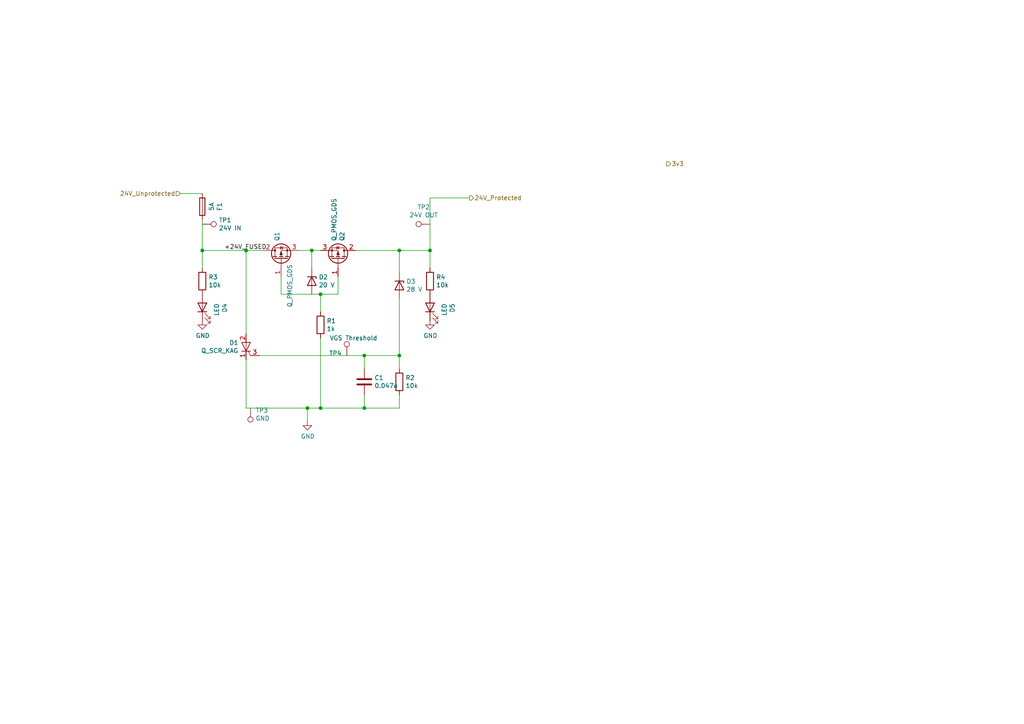
<source format=kicad_sch>
(kicad_sch (version 20230121) (generator eeschema)
  (paper "A4")
  (lib_symbols
    (symbol "Connector:TestPoint" (pin_numbers hide) (pin_names (offset 0.762) hide)
      (property "Reference" "TP" (at 0 6.858 0))
      (property "Value" "TestPoint" (at 0 5.08 0))
      (symbol "TestPoint_0_1"
        (circle (center 0 3.302) (radius 0.762))
      )
      (symbol "TestPoint_1_1"
        (pin passive line (at 0 0 90) (length 2.54) (name "1") (number "1"))
      )
    )
    (symbol "device:C" (pin_numbers hide) (pin_names (offset 0.254))
      (property "Reference" "C" (at 0.635 2.54 0))
      (property "Value" "C" (at 0.635 -2.54 0))
      (symbol "C_0_1"
        (polyline (pts (xy -2.032 -0.762) (xy 2.032 -0.762)) (stroke (width 0.508)))
        (polyline (pts (xy -2.032 0.762) (xy 2.032 0.762)) (stroke (width 0.508)))
      )
      (symbol "C_1_1"
        (pin passive line (at 0 3.81 270) (length 2.794) (name "~") (number "1"))
        (pin passive line (at 0 -3.81 90) (length 2.794) (name "~") (number "2"))
      )
    )
    (symbol "device:D_Zener" (pin_numbers hide) (pin_names (offset 1.016) hide)
      (property "Reference" "D" (at 0 2.54 0))
      (property "Value" "D_Zener" (at 0 -2.54 0))
      (symbol "D_Zener_0_1"
        (polyline (pts (xy 1.27 0) (xy -1.27 0)))
        (polyline (pts (xy -1.27 -1.27) (xy -1.27 1.27) (xy -0.762 1.27)) (stroke (width 0.254)))
        (polyline (pts (xy 1.27 -1.27) (xy 1.27 1.27) (xy -1.27 0) (xy 1.27 -1.27)) (stroke (width 0.254)))
      )
      (symbol "D_Zener_1_1"
        (pin passive line (at -3.81 0 0) (length 2.54) (name "K") (number "1"))
        (pin passive line (at 3.81 0 180) (length 2.54) (name "A") (number "2"))
      )
    )
    (symbol "device:Fuse" (pin_numbers hide) (pin_names (offset 0))
      (property "Reference" "F" (at 2.032 0 90))
      (property "Value" "Fuse" (at -1.905 0 90))
      (symbol "Fuse_0_1"
        (rectangle (start -0.762 -2.54) (end 0.762 2.54) (stroke (width 0.254)))
        (polyline (pts (xy 0 2.54) (xy 0 -2.54)))
      )
      (symbol "Fuse_1_1"
        (pin passive line (at 0 3.81 270) (length 1.27) (name "~") (number "1"))
        (pin passive line (at 0 -3.81 90) (length 1.27) (name "~") (number "2"))
      )
    )
    (symbol "device:LED" (pin_numbers hide) (pin_names (offset 1.016) hide)
      (property "Reference" "D" (at 0 2.54 0))
      (property "Value" "LED" (at 0 -2.54 0))
      (symbol "LED_0_1"
        (polyline (pts (xy -1.27 -1.27) (xy -1.27 1.27)) (stroke (width 0.254)))
        (polyline (pts (xy -1.27 0) (xy 1.27 0)))
        (polyline (pts (xy 1.27 -1.27) (xy 1.27 1.27) (xy -1.27 0) (xy 1.27 -1.27)) (stroke (width 0.254)))
        (polyline (pts (xy -3.048 -0.762) (xy -4.572 -2.286) (xy -3.81 -2.286) (xy -4.572 -2.286) (xy -4.572 -1.524)))
        (polyline (pts (xy -1.778 -0.762) (xy -3.302 -2.286) (xy -2.54 -2.286) (xy -3.302 -2.286) (xy -3.302 -1.524)))
      )
      (symbol "LED_1_1"
        (pin passive line (at -3.81 0 0) (length 2.54) (name "K") (number "1"))
        (pin passive line (at 3.81 0 180) (length 2.54) (name "A") (number "2"))
      )
    )
    (symbol "device:Q_PMOS_GDS" (pin_names (offset 0) hide)
      (property "Reference" "Q" (at 5.08 1.27 0))
      (property "Value" "Q_PMOS_GDS" (at 5.08 -1.27 0))
      (symbol "Q_PMOS_GDS_0_1"
        (polyline (pts (xy 0.254 0) (xy -2.54 0)))
        (polyline (pts (xy 0.254 1.905) (xy 0.254 -1.905)) (stroke (width 0.254)))
        (polyline (pts (xy 0.762 -1.27) (xy 0.762 -2.286)) (stroke (width 0.254)))
        (polyline (pts (xy 0.762 0.508) (xy 0.762 -0.508)) (stroke (width 0.254)))
        (polyline (pts (xy 0.762 2.286) (xy 0.762 1.27)) (stroke (width 0.254)))
        (polyline (pts (xy 2.54 2.54) (xy 2.54 1.778)))
        (polyline (pts (xy 2.54 -2.54) (xy 2.54 0) (xy 0.762 0)))
        (polyline (pts (xy 0.762 1.778) (xy 3.302 1.778) (xy 3.302 -1.778) (xy 0.762 -1.778)))
        (polyline (pts (xy 2.286 0) (xy 1.27 0.381) (xy 1.27 -0.381) (xy 2.286 0)) (fill (type outline)))
        (polyline (pts (xy 2.794 -0.508) (xy 2.921 -0.381) (xy 3.683 -0.381) (xy 3.81 -0.254)))
        (polyline (pts (xy 3.302 -0.381) (xy 2.921 0.254) (xy 3.683 0.254) (xy 3.302 -0.381)))
        (circle (center 1.651 0) (radius 2.794) (stroke (width 0.254)))
        (circle (center 2.54 -1.778) (radius 0.254) (fill (type outline)))
        (circle (center 2.54 1.778) (radius 0.254) (fill (type outline)))
      )
      (symbol "Q_PMOS_GDS_1_1"
        (pin input line (at -5.08 0 0) (length 2.54) (name "G") (number "1"))
        (pin passive line (at 2.54 5.08 270) (length 2.54) (name "D") (number "2"))
        (pin passive line (at 2.54 -5.08 90) (length 2.54) (name "S") (number "3"))
      )
    )
    (symbol "device:Q_SCR_KAG" (pin_names (offset 0) hide)
      (property "Reference" "D" (at 1.905 0.635 0))
      (property "Value" "Q_SCR_KAG" (at 1.905 -1.27 0))
      (symbol "Q_SCR_KAG_0_1"
        (polyline (pts (xy -1.27 -2.54) (xy -0.635 -1.27)))
        (polyline (pts (xy -1.27 -1.27) (xy 1.27 -1.27)) (stroke (width 0.2032)))
        (polyline (pts (xy 0 -2.54) (xy 0 2.54)))
        (polyline (pts (xy -1.27 1.27) (xy 1.27 1.27) (xy 0 -1.27) (xy -1.27 1.27)) (stroke (width 0.2032)))
      )
      (symbol "Q_SCR_KAG_1_1"
        (pin passive line (at 0 -3.81 90) (length 2.54) (name "K") (number "1"))
        (pin passive line (at 0 3.81 270) (length 2.54) (name "A") (number "2"))
        (pin input line (at -3.81 -2.54 0) (length 2.54) (name "G") (number "3"))
      )
    )
    (symbol "device:R" (pin_numbers hide) (pin_names (offset 0))
      (property "Reference" "R" (at 2.032 0 90))
      (property "Value" "R" (at 0 0 90))
      (symbol "R_0_1"
        (rectangle (start -1.016 -2.54) (end 1.016 2.54) (stroke (width 0.254)))
      )
      (symbol "R_1_1"
        (pin passive line (at 0 3.81 270) (length 1.27) (name "~") (number "1"))
        (pin passive line (at 0 -3.81 90) (length 1.27) (name "~") (number "2"))
      )
    )
    (symbol "power:GND" (power) (pin_names (offset 0))
      (property "Value" "GND" (at 0 -3.81 0))
      (symbol "GND_0_1"
        (polyline (pts (xy 0 0) (xy 0 -1.27) (xy 1.27 -1.27) (xy 0 -2.54) (xy -1.27 -1.27) (xy 0 -1.27)))
      )
      (symbol "GND_1_1"
        (pin power_in line (at 0 0 270) (length 0) hide (name "GND") (number "1"))
      )
    )
  )
  (junction (at 58.674 72.644))
  (junction (at 92.964 118.364))
  (junction (at 92.964 85.344))
  (junction (at 124.714 72.644))
  (junction (at 71.374 72.644))
  (junction (at 105.664 103.124))
  (junction (at 115.824 72.644))
  (junction (at 115.824 103.124))
  (junction (at 90.424 72.644))
  (junction (at 105.664 118.364))
  (junction (at 89.154 118.364))
  (wire (pts (xy 90.424 77.724) (xy 90.424 72.644)))
  (wire (pts (xy 89.154 118.364) (xy 89.154 122.174)))
  (wire (pts (xy 92.964 118.364) (xy 89.154 118.364)))
  (wire (pts (xy 71.374 118.364) (xy 89.154 118.364)))
  (wire (pts (xy 115.824 78.994) (xy 115.824 72.644)))
  (wire (pts (xy 115.824 106.934) (xy 115.824 103.124)))
  (wire (pts (xy 115.824 114.554) (xy 115.824 118.364)))
  (wire (pts (xy 58.674 77.724) (xy 58.674 72.644)))
  (wire (pts (xy 124.714 57.404) (xy 124.714 72.644)))
  (wire (pts (xy 115.824 72.644) (xy 103.124 72.644)))
  (wire (pts (xy 124.714 57.404) (xy 136.144 57.404)))
  (wire (pts (xy 124.714 72.644) (xy 115.824 72.644)))
  (wire (pts (xy 105.664 114.554) (xy 105.664 118.364)))
  (wire (pts (xy 115.824 118.364) (xy 105.664 118.364)))
  (wire (pts (xy 105.664 118.364) (xy 92.964 118.364)))
  (wire (pts (xy 90.424 72.644) (xy 92.964 72.644)))
  (wire (pts (xy 124.714 72.644) (xy 124.714 77.724)))
  (wire (pts (xy 105.664 106.934) (xy 105.664 103.124)))
  (wire (pts (xy 92.964 98.044) (xy 92.964 118.364)))
  (wire (pts (xy 86.614 72.644) (xy 90.424 72.644)))
  (wire (pts (xy 105.664 103.124) (xy 115.824 103.124)))
  (wire (pts (xy 115.824 103.124) (xy 115.824 86.614)))
  (wire (pts (xy 58.674 63.754) (xy 58.674 72.644)))
  (wire (pts (xy 71.374 72.644) (xy 76.454 72.644)))
  (wire (pts (xy 58.674 56.134) (xy 52.324 56.134)))
  (wire (pts (xy 92.964 85.344) (xy 92.964 90.424)))
  (wire (pts (xy 98.044 80.264) (xy 98.044 85.344)))
  (wire (pts (xy 75.184 103.124) (xy 105.664 103.124)))
  (wire (pts (xy 98.044 85.344) (xy 92.964 85.344)))
  (wire (pts (xy 71.374 104.394) (xy 71.374 118.364)))
  (wire (pts (xy 58.674 72.644) (xy 71.374 72.644)))
  (wire (pts (xy 81.534 85.344) (xy 81.534 80.264)))
  (wire (pts (xy 81.534 85.344) (xy 92.964 85.344)))
  (wire (pts (xy 71.374 96.774) (xy 71.374 72.644)))
  (label "+24V_FUSED" (at 65.024 72.644 0))
  (hierarchical_label "3v3" (shape output) (at 193.294 47.498 0))
  (hierarchical_label "24V_Protected" (shape output) (at 136.144 57.404 0))
  (hierarchical_label "24V_Unprotected" (shape input) (at 52.324 56.134 180))
  (symbol (lib_id "device:Q_PMOS_GDS") (at 81.534 75.184 90) (unit 1)
    (property "Reference" "Q1" (at 80.3656 69.9516 0) (effects (justify left)))
    (property "Value" "Q_PMOS_GDS" (at 84.074 89.154 0) (effects (justify left)))
    (property "Footprint" "Package_TO_SOT_SMD:TO-252-2" (effects hide))
    (property "Datasheet" "https://www.mouser.com/datasheet/2/308/1/FQU11P06_D-2314224.pdf" (effects hide))
    (property "Notes" "30Vgs 9.4A 2.5W 150°C max" (effects hide))
    (property "MPN" "FQD11P06" (effects hide))
  )
  (symbol (lib_id "device:C") (at 105.664 110.744 0) (unit 1)
    (property "Reference" "C1" (at 108.585 109.5756 0) (effects (justify left)))
    (property "Value" "0.047u" (at 108.585 111.887 0) (effects (justify left)))
    (property "Footprint" "Capacitor_SMD:C_0603_1608Metric_Pad1.05x0.95mm_HandSolder" (effects hide))
    (property "Datasheet" "..." (effects hide))
    (property "MPN" "CAP CER 0.047UF 50V X7R 0603" (effects hide))
  )
  (symbol (lib_id "power:GND") (at 89.154 122.174 0) (unit 1)
    (property "Reference" "#PWR0103" (effects hide))
    (property "Value" "GND" (at 89.281 126.5682 0))
  )
  (symbol (lib_id "Connector:TestPoint") (at 72.644 118.364 180) (unit 1)
    (property "Reference" "TP3" (at 74.1172 119.0244 0) (effects (justify right)))
    (property "Value" "GND" (at 74.1172 121.3358 0) (effects (justify right)))
    (property "Footprint" "TestPoint:TestPoint_THTPad_D1.5mm_Drill0.7mm" (effects hide))
  )
  (symbol (lib_id "device:R") (at 58.674 81.534 0) (unit 1)
    (property "Reference" "R3" (at 60.452 80.3656 0) (effects (justify left)))
    (property "Value" "10k" (at 60.452 82.677 0) (effects (justify left)))
    (property "Footprint" "Resistor_SMD:R_0603_1608Metric_Pad1.05x0.95mm_HandSolder" (effects hide))
    (property "MPN" "RES SMD 10K OHM 5% 0.1W 0603" (effects hide))
    (property "Notes" "0.1W 1% 0603" (effects hide))
  )
  (symbol (lib_id "Connector:TestPoint") (at 58.674 65.024 270) (unit 1)
    (property "Reference" "TP1" (at 63.4492 63.8556 90) (effects (justify left)))
    (property "Value" "24V IN" (at 63.4492 66.167 90) (effects (justify left)))
    (property "Footprint" "TestPoint:TestPoint_THTPad_D1.5mm_Drill0.7mm" (effects hide))
  )
  (symbol (lib_id "device:R") (at 124.714 81.534 0) (unit 1)
    (property "Reference" "R4" (at 126.492 80.3656 0) (effects (justify left)))
    (property "Value" "10k" (at 126.492 82.677 0) (effects (justify left)))
    (property "Footprint" "Resistor_SMD:R_0603_1608Metric_Pad1.05x0.95mm_HandSolder" (effects hide))
    (property "MPN" "RES SMD 10K OHM 5% 0.1W 0603" (effects hide))
    (property "Notes" "0.1W 1% 0603" (effects hide))
  )
  (symbol (lib_id "device:LED") (at 124.714 89.154 90) (unit 1)
    (property "Reference" "D5" (at 131.191 89.3318 0))
    (property "Value" "LED " (at 128.8796 89.3318 0))
    (property "Footprint" "LED_SMD:LED_0603_1608Metric_Pad1.05x0.95mm_HandSolder" (effects hide))
    (property "MPN" "LED BLUE CLEAR 0603 SMD" (effects hide))
  )
  (symbol (lib_id "device:R") (at 115.824 110.744 0) (unit 1)
    (property "Reference" "R2" (at 117.602 109.5756 0) (effects (justify left)))
    (property "Value" "10k" (at 117.602 111.887 0) (effects (justify left)))
    (property "Footprint" "Resistor_SMD:R_0603_1608Metric_Pad1.05x0.95mm_HandSolder" (effects hide))
    (property "MPN" "RES SMD 10K OHM 5% 0.1W 0603" (effects hide))
    (property "Notes" "0.1W 1% 0603" (effects hide))
  )
  (symbol (lib_id "power:GND") (at 58.674 92.964 0) (unit 1)
    (property "Reference" "#PWR01" (effects hide))
    (property "Value" "GND" (at 58.801 97.3582 0))
  )
  (symbol (lib_id "device:D_Zener") (at 90.424 81.534 270) (unit 1)
    (property "Reference" "D2" (at 92.4306 80.3656 90) (effects (justify left)))
    (property "Value" "20 V" (at 92.4306 82.677 90) (effects (justify left)))
    (property "Footprint" "Diode_SMD:D_SOD-123F" (effects hide))
    (property "MPN" "DIODE ZENER 20V 500MW SOD123F" (effects hide))
  )
  (symbol (lib_id "device:Q_SCR_KAG") (at 71.374 100.584 0) (mirror y) (unit 1)
    (property "Reference" "D1" (at 69.1642 99.4156 0) (effects (justify left)))
    (property "Value" "Q_SCR_KAG" (at 69.1642 101.727 0) (effects (justify left)))
    (property "Footprint" "Package_TO_SOT_SMD:SOT-223-3_TabPin2" (effects hide))
    (property "Datasheet" "https://www.littelfuse.com/~/media/electronics/datasheets/switching_thyristors/littelfuse_thyristor_sx02xs_datasheet.pdf.pdf" (effects hide))
    (property "MPN" "S602TSRP" (effects hide))
  )
  (symbol (lib_id "power:GND") (at 124.714 92.964 0) (unit 1)
    (property "Reference" "#PWR02" (effects hide))
    (property "Value" "GND" (at 124.841 97.3582 0))
  )
  (symbol (lib_id "device:Q_PMOS_GDS") (at 98.044 75.184 270) (mirror x) (unit 1)
    (property "Reference" "Q2" (at 99.2124 69.9516 0) (effects (justify left)))
    (property "Value" "Q_PMOS_GDS" (at 96.901 69.9516 0) (effects (justify left)))
    (property "Footprint" "Package_TO_SOT_SMD:TO-252-2" (effects hide))
    (property "Datasheet" "https://www.mouser.com/datasheet/2/308/1/FQU11P06_D-2314224.pdf" (effects hide))
    (property "Notes" "30Vgs 9.4A 2.5W 150°C max" (effects hide))
    (property "MPN" "FQD11P06" (effects hide))
  )
  (symbol (lib_id "device:LED") (at 58.674 89.154 90) (unit 1)
    (property "Reference" "D4" (at 65.151 89.3318 0))
    (property "Value" "LED " (at 62.8396 89.3318 0))
    (property "Footprint" "LED_SMD:LED_0603_1608Metric_Pad1.05x0.95mm_HandSolder" (effects hide))
    (property "MPN" "LED GREEN CLEAR 0603 SMD" (effects hide))
  )
  (symbol (lib_id "device:R") (at 92.964 94.234 0) (unit 1)
    (property "Reference" "R1" (at 94.742 93.0656 0) (effects (justify left)))
    (property "Value" "1k" (at 94.742 95.377 0) (effects (justify left)))
    (property "Footprint" "Resistor_SMD:R_0603_1608Metric_Pad1.05x0.95mm_HandSolder" (effects hide))
    (property "MPN" "RES SMD 1K OHM 5% 0.1W 0603" (effects hide))
    (property "Notes" "0.1W 1% 0603" (effects hide))
  )
  (symbol (lib_id "device:D_Zener") (at 115.824 82.804 270) (unit 1)
    (property "Reference" "D3" (at 117.8306 81.6356 90) (effects (justify left)))
    (property "Value" "28 V" (at 117.8306 83.947 90) (effects (justify left)))
    (property "Footprint" "Diode_SMD:D_SOD-123F" (effects hide))
    (property "MPN" "DIODE ZENER 28V 500mW SOD123F" (effects hide))
  )
  (symbol (lib_id "Connector:TestPoint") (at 124.714 65.024 90) (unit 1)
    (property "Reference" "TP2" (at 122.8852 60.071 90))
    (property "Value" "24V OUT" (at 122.8852 62.3824 90))
    (property "Footprint" "TestPoint:TestPoint_THTPad_D1.5mm_Drill0.7mm" (effects hide))
  )
  (symbol (lib_id "Connector:TestPoint") (at 100.584 103.124 0) (unit 1)
    (property "Reference" "TP4" (at 99.1108 102.4636 0) (effects (justify right)))
    (property "Value" "VGS Threshold" (at 109.474 98.044 0) (effects (justify right)))
    (property "Footprint" "TestPoint:TestPoint_THTPad_D1.5mm_Drill0.7mm" (effects hide))
  )
  (symbol (lib_id "device:Fuse") (at 58.674 59.944 180) (unit 1)
    (property "Reference" "F1" (at 63.6778 59.944 90))
    (property "Value" "5A" (at 61.3664 59.944 90))
    (property "Footprint" "layout:Littelfuse_154_4.24mm_x_3.81mm" (effects hide))
    (property "MPN" "FUSE BOARD MNT 5A 125VAC/VDC SMD" (effects hide))
    (property "Notes" "32V 125°C 0603" (effects hide))
  )
)
</source>
